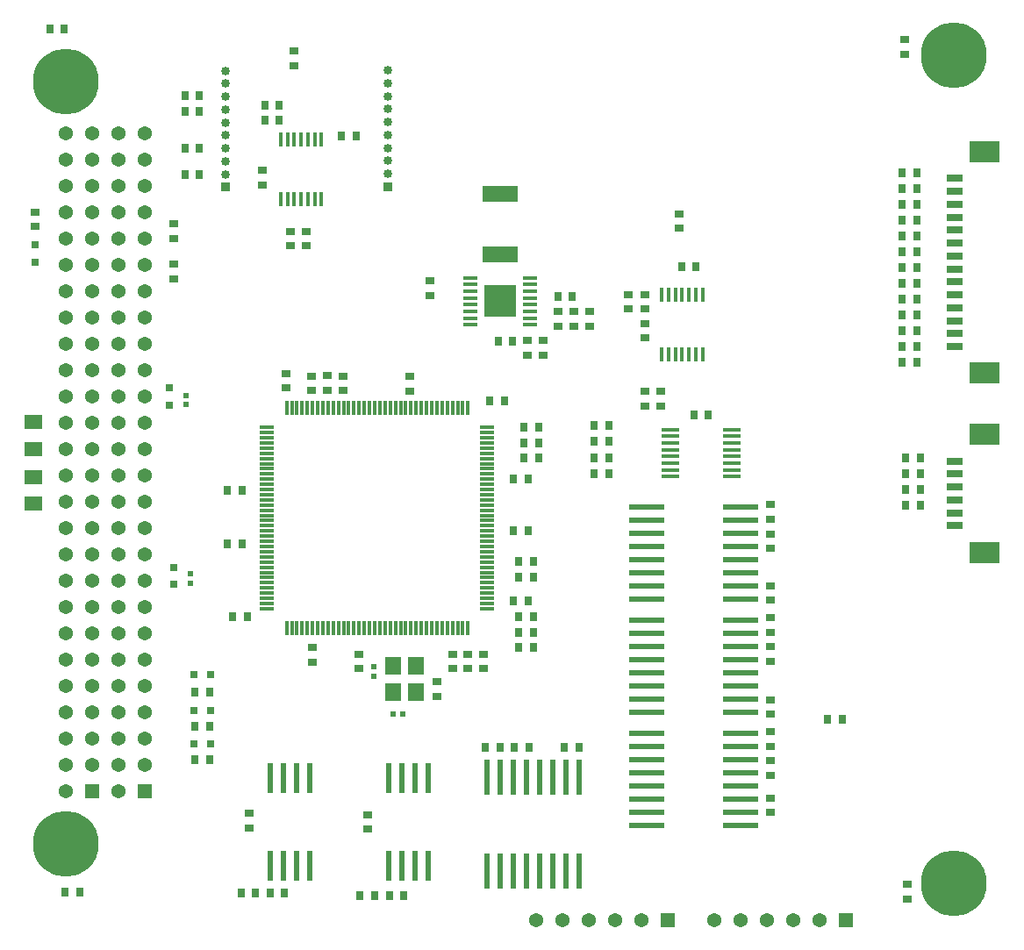
<source format=gbr>
%TF.GenerationSoftware,Altium Limited,Altium Designer,21.8.1 (53)*%
G04 Layer_Color=255*
%FSLAX45Y45*%
%MOMM*%
%TF.SameCoordinates,1CF0B822-2DD9-431B-A6BE-AAED35006C4B*%
%TF.FilePolarity,Positive*%
%TF.FileFunction,Pads,Top*%
%TF.Part,Single*%
G01*
G75*
%TA.AperFunction,SMDPad,CuDef*%
%ADD10R,3.42000X1.49000*%
%ADD11R,0.35000X1.40000*%
%ADD12R,0.90000X0.80000*%
%ADD13R,0.55000X0.55000*%
%ADD14R,0.80000X0.80000*%
%ADD15R,1.40000X0.35000*%
%ADD16R,3.05000X3.05000*%
%ADD17R,0.80000X0.80000*%
%ADD18R,3.50000X0.60000*%
%ADD19R,0.60000X3.00000*%
%ADD20R,0.80000X0.90000*%
%ADD21R,0.60000X3.50000*%
%ADD22R,0.35000X1.35000*%
%ADD23R,1.35000X0.35000*%
%ADD24R,0.55000X0.55000*%
%ADD25R,1.50000X1.70000*%
%ADD26R,1.78000X0.42000*%
%TA.AperFunction,ConnectorPad*%
%ADD27R,1.60000X0.80000*%
%ADD28R,3.00000X2.10000*%
%TA.AperFunction,SMDPad,CuDef*%
%ADD29R,1.80000X1.40000*%
%TA.AperFunction,ComponentPad*%
%ADD36C,0.85000*%
%ADD37R,0.85000X0.85000*%
%ADD38C,1.37000*%
%ADD39R,1.37000X1.37000*%
%ADD40R,1.37000X1.37000*%
%ADD41C,6.35000*%
D10*
X4700000Y6575000D02*
D03*
Y7157800D02*
D03*
D11*
X2650000Y7687500D02*
D03*
X2715000D02*
D03*
X2780000D02*
D03*
X2845000D02*
D03*
X2910000D02*
D03*
X2845000Y7112500D02*
D03*
X2910000D02*
D03*
X2975000D02*
D03*
X2780000D02*
D03*
X2715000D02*
D03*
X2650000D02*
D03*
X2585000D02*
D03*
Y7687500D02*
D03*
X2975000D02*
D03*
X6262340Y5615800D02*
D03*
Y6190800D02*
D03*
X6327340D02*
D03*
X6392340D02*
D03*
X6457340D02*
D03*
X6522340D02*
D03*
X6587340D02*
D03*
X6522340Y5615800D02*
D03*
X6587340D02*
D03*
X6652340D02*
D03*
Y6190800D02*
D03*
X6457340Y5615800D02*
D03*
X6392340D02*
D03*
X6327340D02*
D03*
D12*
X215900Y6985000D02*
D03*
Y6845000D02*
D03*
X4090000Y2310000D02*
D03*
Y2450000D02*
D03*
X3830000Y5400000D02*
D03*
Y5260000D02*
D03*
X2280000Y1180000D02*
D03*
Y1040000D02*
D03*
X3420000Y1170000D02*
D03*
Y1030000D02*
D03*
X4240000Y2580000D02*
D03*
Y2720000D02*
D03*
X7310000Y3740000D02*
D03*
Y3880000D02*
D03*
Y4160000D02*
D03*
Y4020000D02*
D03*
X6248900Y5256120D02*
D03*
Y5116120D02*
D03*
X6096500Y5256120D02*
D03*
Y5116120D02*
D03*
X2410000Y7250000D02*
D03*
Y7390000D02*
D03*
X4022500Y6180000D02*
D03*
Y6320000D02*
D03*
X5412500Y6022500D02*
D03*
Y5882500D02*
D03*
X4965000Y5605000D02*
D03*
Y5745000D02*
D03*
X5562500Y6022500D02*
D03*
Y5882500D02*
D03*
X5115000Y5605000D02*
D03*
Y5745000D02*
D03*
X5262500Y6022500D02*
D03*
Y5882500D02*
D03*
X7310000Y3380000D02*
D03*
Y3240000D02*
D03*
Y1190000D02*
D03*
Y1330000D02*
D03*
Y1970000D02*
D03*
Y1830000D02*
D03*
Y1550000D02*
D03*
Y1690000D02*
D03*
Y2650000D02*
D03*
Y2790000D02*
D03*
Y2280000D02*
D03*
Y2140000D02*
D03*
Y3070000D02*
D03*
Y2930000D02*
D03*
X2710000Y8400000D02*
D03*
Y8540000D02*
D03*
X2679900Y6660000D02*
D03*
Y6800000D02*
D03*
X2830000Y6660000D02*
D03*
Y6800000D02*
D03*
X2634499Y5429400D02*
D03*
Y5289400D02*
D03*
X8625000Y355000D02*
D03*
Y495000D02*
D03*
X8600000Y8650000D02*
D03*
Y8510000D02*
D03*
X4540000Y2580000D02*
D03*
Y2720000D02*
D03*
X2890000Y2640000D02*
D03*
Y2780000D02*
D03*
X3340000Y2580000D02*
D03*
Y2720000D02*
D03*
X2882900Y5264000D02*
D03*
Y5404000D02*
D03*
X3033279Y5264719D02*
D03*
Y5404719D02*
D03*
X3187700Y5404000D02*
D03*
Y5264000D02*
D03*
X4390000Y2580000D02*
D03*
Y2720000D02*
D03*
X1550000Y6730000D02*
D03*
Y6870000D02*
D03*
Y6340000D02*
D03*
Y6480000D02*
D03*
X5940000Y6050000D02*
D03*
Y6190000D02*
D03*
X6100000Y6190000D02*
D03*
Y6050000D02*
D03*
X6430000Y6970000D02*
D03*
Y6830000D02*
D03*
X6100000Y5770000D02*
D03*
Y5910000D02*
D03*
D13*
X1673400Y5216700D02*
D03*
Y5126700D02*
D03*
X3480000Y2505000D02*
D03*
Y2595000D02*
D03*
X1714100Y3402400D02*
D03*
Y3492400D02*
D03*
D14*
X1508300Y5286500D02*
D03*
Y5121500D02*
D03*
X1549000Y3390900D02*
D03*
Y3555900D02*
D03*
X215900Y6667400D02*
D03*
Y6502400D02*
D03*
D15*
X4415520Y6352500D02*
D03*
Y6287500D02*
D03*
Y6222500D02*
D03*
Y6157500D02*
D03*
Y6092500D02*
D03*
Y6027500D02*
D03*
Y5962500D02*
D03*
Y5897500D02*
D03*
X4984480D02*
D03*
Y5962500D02*
D03*
Y6027500D02*
D03*
Y6092500D02*
D03*
Y6157500D02*
D03*
Y6222500D02*
D03*
Y6287500D02*
D03*
Y6352500D02*
D03*
D16*
X4700000Y6125000D02*
D03*
D17*
X1742500Y2175000D02*
D03*
X1907500D02*
D03*
X1742500Y1850000D02*
D03*
X1907500D02*
D03*
X1742500Y2525000D02*
D03*
X1907500D02*
D03*
D18*
X6116720Y3760440D02*
D03*
Y3887440D02*
D03*
Y4014440D02*
D03*
Y4141440D02*
D03*
X7016720D02*
D03*
Y4014440D02*
D03*
Y3887440D02*
D03*
Y3760440D02*
D03*
Y3633440D02*
D03*
Y3252440D02*
D03*
Y3379440D02*
D03*
Y3506440D02*
D03*
X6116720Y3633440D02*
D03*
Y3506440D02*
D03*
Y3379440D02*
D03*
Y3252440D02*
D03*
Y1573500D02*
D03*
Y1700500D02*
D03*
Y1827500D02*
D03*
Y1954500D02*
D03*
X7016720D02*
D03*
Y1827500D02*
D03*
Y1700500D02*
D03*
Y1573500D02*
D03*
Y1446500D02*
D03*
Y1065500D02*
D03*
Y1192500D02*
D03*
Y1319500D02*
D03*
X6116720Y1446500D02*
D03*
Y1319500D02*
D03*
Y1192500D02*
D03*
Y1065500D02*
D03*
Y2663160D02*
D03*
Y2790160D02*
D03*
Y2917160D02*
D03*
Y3044160D02*
D03*
X7016720D02*
D03*
Y2917160D02*
D03*
Y2790160D02*
D03*
Y2663160D02*
D03*
Y2536160D02*
D03*
Y2155160D02*
D03*
Y2282160D02*
D03*
Y2409160D02*
D03*
X6116720Y2536160D02*
D03*
Y2409160D02*
D03*
Y2282160D02*
D03*
Y2155160D02*
D03*
D19*
X3629500Y675000D02*
D03*
X4010500D02*
D03*
X3756500D02*
D03*
X3883500D02*
D03*
X3629500Y1525000D02*
D03*
X3756500D02*
D03*
X3883500D02*
D03*
X4010500D02*
D03*
X2483200Y673600D02*
D03*
X2864200D02*
D03*
X2610200D02*
D03*
X2737200D02*
D03*
X2483200Y1523600D02*
D03*
X2610200D02*
D03*
X2737200D02*
D03*
X2864200D02*
D03*
D20*
X2200000Y410000D02*
D03*
X2340000D02*
D03*
X2620000D02*
D03*
X2480000D02*
D03*
X3350000Y390000D02*
D03*
X3490000D02*
D03*
X3770000D02*
D03*
X3630000D02*
D03*
X5610000Y4771633D02*
D03*
X5750000D02*
D03*
X5610000Y4928266D02*
D03*
X5750000D02*
D03*
X4980000Y1820000D02*
D03*
X4840000D02*
D03*
X4560000D02*
D03*
X4700000D02*
D03*
X5320000D02*
D03*
X5460000D02*
D03*
X7860000Y2090000D02*
D03*
X8000000D02*
D03*
X1800000Y7600000D02*
D03*
X1660000D02*
D03*
X1800000Y8110000D02*
D03*
X1660000D02*
D03*
X5020000Y3080000D02*
D03*
X4880000D02*
D03*
X5020000Y2930000D02*
D03*
X4880000D02*
D03*
X5020000Y2780000D02*
D03*
X4880000D02*
D03*
X6710000Y5030000D02*
D03*
X6570000D02*
D03*
X5610000Y4615000D02*
D03*
X5750000D02*
D03*
X5610000Y4458367D02*
D03*
X5750000D02*
D03*
X2430000Y7870000D02*
D03*
X2570000D02*
D03*
X2570000Y8020000D02*
D03*
X2430000D02*
D03*
X5257500Y6167500D02*
D03*
X5397500D02*
D03*
X4680000Y5740000D02*
D03*
X4820000D02*
D03*
X3170000Y7720000D02*
D03*
X3310000D02*
D03*
X8722000Y6143000D02*
D03*
X8582000D02*
D03*
X8722000Y6295400D02*
D03*
X8582000D02*
D03*
X8722000Y6447800D02*
D03*
X8582000D02*
D03*
X8722000Y6600200D02*
D03*
X8582000D02*
D03*
X8582000Y6752600D02*
D03*
X8722000D02*
D03*
X8582000Y6905000D02*
D03*
X8722000D02*
D03*
X8722000Y7057400D02*
D03*
X8582000D02*
D03*
X8582000Y7209800D02*
D03*
X8722000D02*
D03*
X8722000Y5533400D02*
D03*
X8582000D02*
D03*
X8722000Y5685800D02*
D03*
X8582000D02*
D03*
X8722000Y5838200D02*
D03*
X8582000D02*
D03*
X8722000Y5990600D02*
D03*
X8582000D02*
D03*
X8582000Y7362200D02*
D03*
X8722000D02*
D03*
X8752100Y4610400D02*
D03*
X8612100D02*
D03*
X8752100Y4305600D02*
D03*
X8612100D02*
D03*
X8752100Y4458000D02*
D03*
X8612100D02*
D03*
X8752100Y4153200D02*
D03*
X8612100D02*
D03*
X645000Y425000D02*
D03*
X505000D02*
D03*
X355000Y8750000D02*
D03*
X495000D02*
D03*
X2120000Y3080000D02*
D03*
X2260000D02*
D03*
X2070000Y4300000D02*
D03*
X2210000D02*
D03*
X2070000Y3780000D02*
D03*
X2210000D02*
D03*
X1660000Y7350000D02*
D03*
X1800000D02*
D03*
X1660000Y7960000D02*
D03*
X1800000D02*
D03*
X4970000Y3910000D02*
D03*
X4830000D02*
D03*
X4970000Y4410000D02*
D03*
X4830000D02*
D03*
X5070000Y4610000D02*
D03*
X4930000D02*
D03*
X5070000Y4760000D02*
D03*
X4930000D02*
D03*
X5070000Y4910000D02*
D03*
X4930000D02*
D03*
X4740000Y5160000D02*
D03*
X4600000D02*
D03*
X4970000Y3230000D02*
D03*
X4830000D02*
D03*
X5020000Y3460000D02*
D03*
X4880000D02*
D03*
X5020000Y3610000D02*
D03*
X4880000D02*
D03*
X1755000Y2350000D02*
D03*
X1895000D02*
D03*
X1755000Y2025000D02*
D03*
X1895000D02*
D03*
X1755000Y1700000D02*
D03*
X1895000D02*
D03*
X6450000Y6460000D02*
D03*
X6590000D02*
D03*
D21*
X4956880Y626720D02*
D03*
X4829880D02*
D03*
X4702880D02*
D03*
X4575880D02*
D03*
Y1526720D02*
D03*
X4702880D02*
D03*
X4829880D02*
D03*
X4956880D02*
D03*
X5083880D02*
D03*
X5464880D02*
D03*
X5337880D02*
D03*
X5210880D02*
D03*
X5083880Y626720D02*
D03*
X5210880D02*
D03*
X5337880D02*
D03*
X5464880D02*
D03*
D22*
X2640000Y2970000D02*
D03*
X2690000D02*
D03*
X2740000D02*
D03*
X2790000D02*
D03*
X2840000D02*
D03*
X2890000D02*
D03*
X2940000D02*
D03*
X2990000D02*
D03*
X3040000D02*
D03*
X3090000D02*
D03*
X3140000D02*
D03*
X3190000D02*
D03*
X3240000D02*
D03*
X3290000D02*
D03*
X3340000D02*
D03*
X3390000D02*
D03*
X3440000D02*
D03*
X3490000D02*
D03*
X3540000D02*
D03*
X3590000D02*
D03*
X3640000D02*
D03*
X3690000D02*
D03*
X3740000D02*
D03*
X3790000D02*
D03*
X3840000D02*
D03*
X3890000D02*
D03*
X3940000D02*
D03*
X3990000D02*
D03*
X4040000D02*
D03*
X4090000D02*
D03*
X4140000D02*
D03*
X4190000D02*
D03*
X4240000D02*
D03*
X4290000D02*
D03*
X4340000D02*
D03*
X4390000D02*
D03*
Y5095000D02*
D03*
X4340000D02*
D03*
X4290000D02*
D03*
X4240000D02*
D03*
X4190000D02*
D03*
X4140000D02*
D03*
X4090000D02*
D03*
X4040000D02*
D03*
X3990000D02*
D03*
X3940000D02*
D03*
X3890000D02*
D03*
X3840000D02*
D03*
X3790000D02*
D03*
X3740000D02*
D03*
X3690000D02*
D03*
X3640000D02*
D03*
X3590000D02*
D03*
X3540000D02*
D03*
X3490000D02*
D03*
X3440000D02*
D03*
X3390000D02*
D03*
X3340000D02*
D03*
X3290000D02*
D03*
X3240000D02*
D03*
X3190000D02*
D03*
X3140000D02*
D03*
X3090000D02*
D03*
X3040000D02*
D03*
X2990000D02*
D03*
X2940000D02*
D03*
X2890000D02*
D03*
X2840000D02*
D03*
X2790000D02*
D03*
X2740000D02*
D03*
X2690000D02*
D03*
X2640000D02*
D03*
D23*
X4577500Y3157500D02*
D03*
Y3207500D02*
D03*
Y3257500D02*
D03*
Y3307500D02*
D03*
Y3357500D02*
D03*
Y3407500D02*
D03*
Y3457500D02*
D03*
Y3507500D02*
D03*
Y3557500D02*
D03*
Y3607500D02*
D03*
Y3657500D02*
D03*
Y3707500D02*
D03*
Y3757500D02*
D03*
Y3807500D02*
D03*
Y3857500D02*
D03*
Y3907500D02*
D03*
Y3957500D02*
D03*
Y4007500D02*
D03*
Y4057500D02*
D03*
Y4107500D02*
D03*
Y4157500D02*
D03*
Y4207500D02*
D03*
Y4257500D02*
D03*
Y4307500D02*
D03*
Y4357500D02*
D03*
Y4407500D02*
D03*
Y4457500D02*
D03*
Y4507500D02*
D03*
Y4557500D02*
D03*
Y4607500D02*
D03*
Y4657500D02*
D03*
Y4707500D02*
D03*
Y4757500D02*
D03*
Y4807500D02*
D03*
Y4857500D02*
D03*
Y4907500D02*
D03*
X2452500D02*
D03*
Y4857500D02*
D03*
Y4807500D02*
D03*
Y4757500D02*
D03*
Y4707500D02*
D03*
Y4657500D02*
D03*
Y4607500D02*
D03*
Y4557500D02*
D03*
Y4507500D02*
D03*
Y4457500D02*
D03*
Y4407500D02*
D03*
Y4357500D02*
D03*
Y4307500D02*
D03*
Y4257500D02*
D03*
Y4207500D02*
D03*
Y4157500D02*
D03*
Y4107500D02*
D03*
Y4057500D02*
D03*
Y4007500D02*
D03*
Y3957500D02*
D03*
Y3907500D02*
D03*
Y3857500D02*
D03*
Y3807500D02*
D03*
Y3757500D02*
D03*
Y3707500D02*
D03*
Y3657500D02*
D03*
Y3607500D02*
D03*
Y3557500D02*
D03*
Y3507500D02*
D03*
Y3457500D02*
D03*
Y3407500D02*
D03*
Y3357500D02*
D03*
Y3307500D02*
D03*
Y3257500D02*
D03*
Y3207500D02*
D03*
Y3157500D02*
D03*
D24*
X3670000Y2140000D02*
D03*
X3760000D02*
D03*
D25*
X3890000Y2353000D02*
D03*
Y2607000D02*
D03*
X3670000D02*
D03*
Y2353000D02*
D03*
D26*
X6934000Y4562500D02*
D03*
X6346000D02*
D03*
X6934000Y4887500D02*
D03*
Y4822500D02*
D03*
Y4757500D02*
D03*
Y4692500D02*
D03*
Y4627500D02*
D03*
Y4497500D02*
D03*
Y4432500D02*
D03*
X6346000D02*
D03*
Y4497500D02*
D03*
Y4627500D02*
D03*
Y4692500D02*
D03*
Y4757500D02*
D03*
Y4822500D02*
D03*
Y4887500D02*
D03*
D27*
X9085000Y4207500D02*
D03*
Y4582500D02*
D03*
Y4457500D02*
D03*
Y4332500D02*
D03*
Y4082500D02*
D03*
Y3957500D02*
D03*
Y5686400D02*
D03*
Y5811400D02*
D03*
Y5936400D02*
D03*
Y6061400D02*
D03*
Y6186400D02*
D03*
Y6311400D02*
D03*
Y6436400D02*
D03*
Y6561400D02*
D03*
Y6686400D02*
D03*
Y6811400D02*
D03*
Y6936400D02*
D03*
Y7061400D02*
D03*
Y7186400D02*
D03*
Y7311400D02*
D03*
D28*
X9375000Y3702500D02*
D03*
Y4837500D02*
D03*
Y7566400D02*
D03*
Y5431400D02*
D03*
D29*
X200000Y4960000D02*
D03*
Y4700000D02*
D03*
Y4170000D02*
D03*
Y4430000D02*
D03*
D36*
X2050000Y8350000D02*
D03*
Y8225000D02*
D03*
Y8100000D02*
D03*
Y7975000D02*
D03*
Y7850000D02*
D03*
Y7725000D02*
D03*
Y7600000D02*
D03*
Y7475000D02*
D03*
Y7350000D02*
D03*
X3620000Y8355000D02*
D03*
Y8230000D02*
D03*
Y8105000D02*
D03*
Y7980000D02*
D03*
Y7855000D02*
D03*
Y7730000D02*
D03*
Y7605000D02*
D03*
Y7480000D02*
D03*
Y7355000D02*
D03*
D37*
X2050000Y7225000D02*
D03*
X3620000Y7230000D02*
D03*
D38*
X6770000Y150000D02*
D03*
X7024000D02*
D03*
X7278000D02*
D03*
X7532000D02*
D03*
X7786000D02*
D03*
X5050000D02*
D03*
X5304000D02*
D03*
X5558000D02*
D03*
X5812000D02*
D03*
X6066000D02*
D03*
X1016000Y6477000D02*
D03*
Y6223000D02*
D03*
Y5715000D02*
D03*
Y5969000D02*
D03*
Y5207000D02*
D03*
Y4953000D02*
D03*
Y4699000D02*
D03*
Y4191000D02*
D03*
Y4445000D02*
D03*
Y3683000D02*
D03*
Y3175000D02*
D03*
Y3937000D02*
D03*
Y3429000D02*
D03*
Y5461000D02*
D03*
Y6731000D02*
D03*
X1270000Y2667000D02*
D03*
Y3429000D02*
D03*
Y3175000D02*
D03*
Y2921000D02*
D03*
Y3683000D02*
D03*
Y4191000D02*
D03*
Y1651000D02*
D03*
Y2159000D02*
D03*
Y2413000D02*
D03*
Y1905000D02*
D03*
Y3937000D02*
D03*
X1016000Y7747000D02*
D03*
Y6985000D02*
D03*
Y7493000D02*
D03*
X1270000Y7239000D02*
D03*
Y7493000D02*
D03*
X1016000Y7239000D02*
D03*
X1270000Y7747000D02*
D03*
Y6985000D02*
D03*
Y6477000D02*
D03*
Y6223000D02*
D03*
Y5969000D02*
D03*
Y5715000D02*
D03*
Y5461000D02*
D03*
Y5207000D02*
D03*
Y4699000D02*
D03*
Y4445000D02*
D03*
Y6731000D02*
D03*
Y4953000D02*
D03*
X1016000Y2413000D02*
D03*
Y2667000D02*
D03*
Y1905000D02*
D03*
Y2921000D02*
D03*
Y1397000D02*
D03*
Y2159000D02*
D03*
Y1651000D02*
D03*
X508000Y6477000D02*
D03*
Y6223000D02*
D03*
Y5715000D02*
D03*
Y5969000D02*
D03*
Y5207000D02*
D03*
Y4953000D02*
D03*
Y4699000D02*
D03*
Y4191000D02*
D03*
Y4445000D02*
D03*
Y3683000D02*
D03*
Y3175000D02*
D03*
Y3937000D02*
D03*
Y3429000D02*
D03*
Y5461000D02*
D03*
Y6731000D02*
D03*
X762000Y2667000D02*
D03*
Y3429000D02*
D03*
Y3175000D02*
D03*
Y2921000D02*
D03*
Y3683000D02*
D03*
Y4191000D02*
D03*
Y1651000D02*
D03*
Y2159000D02*
D03*
Y2413000D02*
D03*
Y1905000D02*
D03*
Y3937000D02*
D03*
X508000Y7747000D02*
D03*
Y6985000D02*
D03*
Y7493000D02*
D03*
X762000Y7239000D02*
D03*
Y7493000D02*
D03*
X508000Y7239000D02*
D03*
X762000Y7747000D02*
D03*
Y6985000D02*
D03*
Y6477000D02*
D03*
Y6223000D02*
D03*
Y5969000D02*
D03*
Y5715000D02*
D03*
Y5461000D02*
D03*
Y5207000D02*
D03*
Y4699000D02*
D03*
Y4445000D02*
D03*
Y6731000D02*
D03*
Y4953000D02*
D03*
X508000Y2413000D02*
D03*
Y2667000D02*
D03*
Y1905000D02*
D03*
Y2921000D02*
D03*
Y1397000D02*
D03*
Y2159000D02*
D03*
Y1651000D02*
D03*
D39*
X8040000Y150000D02*
D03*
X6320000D02*
D03*
D40*
X1270000Y1397000D02*
D03*
X762000D02*
D03*
D41*
X9082000Y8502000D02*
D03*
Y508000D02*
D03*
X508000Y889000D02*
D03*
Y8248000D02*
D03*
%TF.MD5,0379535aad569109b54fc3de0076742b*%
M02*

</source>
